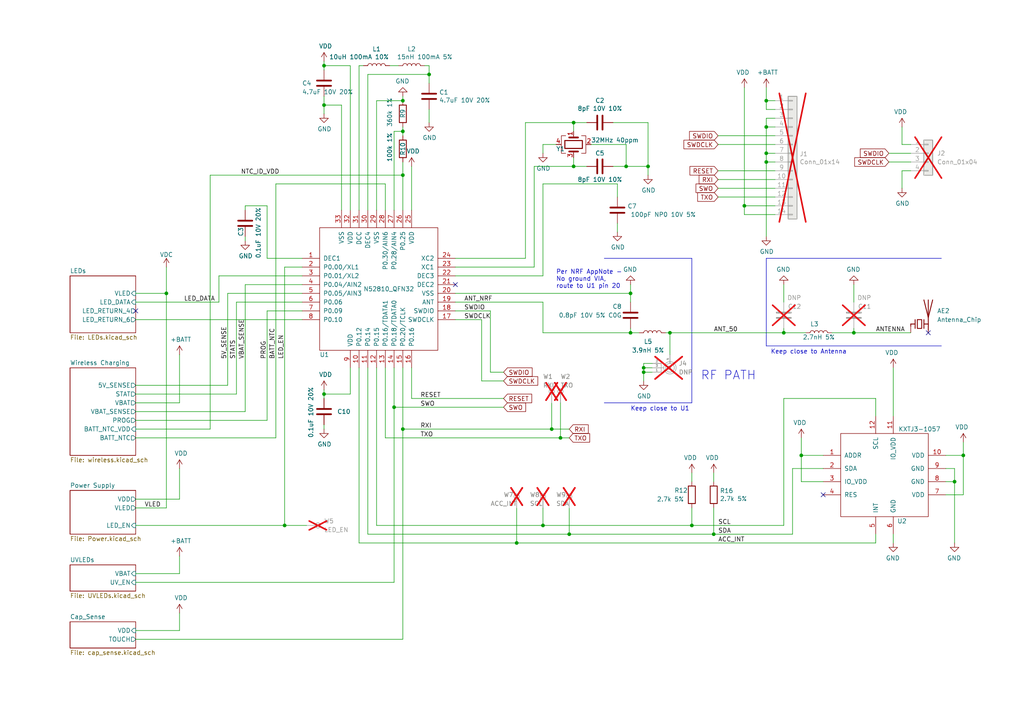
<source format=kicad_sch>
(kicad_sch (version 20231120) (generator "eeschema") (generator_version "8.0")
  (paper "A4")
  (title_block (title "Pixels D6 Schematic, Main") (date "2022-08-26") (rev "3") (company "Systemic Games, LLC") (comment 1 "Main MCU, Accelerometer and RF"))
  (lib_symbols
    (symbol "Connector_Generic:Conn_01x04" (pin_names (offset 1.016) hide)
      (property "Reference" "J" (at 0 5.08 0))
      (property "Value" "Conn_01x04" (at 0 -7.62 0))
      (symbol "Conn_01x04_1_1"
        (rectangle (start -1.27 -4.953) (end 0 -5.207) (stroke (width 0.1524)))
        (rectangle (start -1.27 -2.413) (end 0 -2.667) (stroke (width 0.1524)))
        (rectangle (start -1.27 0.127) (end 0 -0.127) (stroke (width 0.1524)))
        (rectangle (start -1.27 2.667) (end 0 2.413) (stroke (width 0.1524)))
        (rectangle (start -1.27 3.81) (end 1.27 -6.35) (stroke (width 0.254)) (fill (type background)))
        (pin passive line (at -5.08 2.54 0) (length 3.81) (name "Pin_1") (number "1"))
        (pin passive line (at -5.08 0 0) (length 3.81) (name "Pin_2") (number "2"))
        (pin passive line (at -5.08 -2.54 0) (length 3.81) (name "Pin_3") (number "3"))
        (pin passive line (at -5.08 -5.08 0) (length 3.81) (name "Pin_4") (number "4"))
      )
    )
    (symbol "Connector_Generic:Conn_01x14" (pin_names (offset 1.016) hide)
      (property "Reference" "J" (at 0 17.78 0))
      (property "Value" "Conn_01x14" (at 0 -20.32 0))
      (symbol "Conn_01x14_1_1"
        (rectangle (start -1.27 -17.653) (end 0 -17.907) (stroke (width 0.1524)))
        (rectangle (start -1.27 -15.113) (end 0 -15.367) (stroke (width 0.1524)))
        (rectangle (start -1.27 -12.573) (end 0 -12.827) (stroke (width 0.1524)))
        (rectangle (start -1.27 -10.033) (end 0 -10.287) (stroke (width 0.1524)))
        (rectangle (start -1.27 -7.493) (end 0 -7.747) (stroke (width 0.1524)))
        (rectangle (start -1.27 -4.953) (end 0 -5.207) (stroke (width 0.1524)))
        (rectangle (start -1.27 -2.413) (end 0 -2.667) (stroke (width 0.1524)))
        (rectangle (start -1.27 0.127) (end 0 -0.127) (stroke (width 0.1524)))
        (rectangle (start -1.27 2.667) (end 0 2.413) (stroke (width 0.1524)))
        (rectangle (start -1.27 5.207) (end 0 4.953) (stroke (width 0.1524)))
        (rectangle (start -1.27 7.747) (end 0 7.493) (stroke (width 0.1524)))
        (rectangle (start -1.27 10.287) (end 0 10.033) (stroke (width 0.1524)))
        (rectangle (start -1.27 12.827) (end 0 12.573) (stroke (width 0.1524)))
        (rectangle (start -1.27 15.367) (end 0 15.113) (stroke (width 0.1524)))
        (rectangle (start -1.27 16.51) (end 1.27 -19.05) (stroke (width 0.254)) (fill (type background)))
        (pin passive line (at -5.08 15.24 0) (length 3.81) (name "Pin_1") (number "1"))
        (pin passive line (at -5.08 -7.62 0) (length 3.81) (name "Pin_10") (number "10"))
        (pin passive line (at -5.08 -10.16 0) (length 3.81) (name "Pin_11") (number "11"))
        (pin passive line (at -5.08 -12.7 0) (length 3.81) (name "Pin_12") (number "12"))
        (pin passive line (at -5.08 -15.24 0) (length 3.81) (name "Pin_13") (number "13"))
        (pin passive line (at -5.08 -17.78 0) (length 3.81) (name "Pin_14") (number "14"))
        (pin passive line (at -5.08 12.7 0) (length 3.81) (name "Pin_2") (number "2"))
        (pin passive line (at -5.08 10.16 0) (length 3.81) (name "Pin_3") (number "3"))
        (pin passive line (at -5.08 7.62 0) (length 3.81) (name "Pin_4") (number "4"))
        (pin passive line (at -5.08 5.08 0) (length 3.81) (name "Pin_5") (number "5"))
        (pin passive line (at -5.08 2.54 0) (length 3.81) (name "Pin_6") (number "6"))
        (pin passive line (at -5.08 0 0) (length 3.81) (name "Pin_7") (number "7"))
        (pin passive line (at -5.08 -2.54 0) (length 3.81) (name "Pin_8") (number "8"))
        (pin passive line (at -5.08 -5.08 0) (length 3.81) (name "Pin_9") (number "9"))
      )
    )
    (symbol "Device:Antenna_Chip" (pin_numbers hide) (pin_names (offset 1.016) hide)
      (property "Reference" "AE" (at 0 5.08 0))
      (property "Value" "Antenna_Chip" (at 0 3.175 0))
      (symbol "Antenna_Chip_0_1"
        (polyline (pts (xy -2.54 0) (xy -2.54 -0.635)) (stroke (width 0.254)))
        (polyline (pts (xy -2.54 0) (xy -1.27 0)) (stroke (width 0.254)))
        (polyline (pts (xy 1.27 0) (xy 2.54 0)) (stroke (width 0.254)))
        (polyline (pts (xy 1.27 1.27) (xy 1.27 -1.27)) (stroke (width 0.254)))
        (polyline (pts (xy 2.54 -0.635) (xy 2.54 0)))
        (polyline (pts (xy 2.54 6.985) (xy 2.54 -1.905)) (stroke (width 0.254)))
        (polyline (pts (xy -1.27 1.27) (xy -1.27 -1.27) (xy -1.27 0)) (stroke (width 0.254)))
        (polyline (pts (xy 3.81 6.985) (xy 2.54 1.905) (xy 1.27 6.985)) (stroke (width 0.254)))
        (polyline (pts (xy -0.635 1.27) (xy 0.635 1.27) (xy 0.635 -1.27) (xy -0.635 -1.27) (xy -0.635 1.27)) (stroke (width 0.254)))
      )
      (symbol "Antenna_Chip_1_1"
        (pin input line (at -2.54 -2.54 90) (length 2.54) (name "FEED") (number "1"))
        (pin passive line (at 2.54 -2.54 90) (length 2.54) (name "PCB_Trace") (number "2"))
      )
    )
    (symbol "Device:C" (pin_numbers hide) (pin_names (offset 0.254))
      (property "Reference" "C" (at 0.635 2.54 0))
      (property "Value" "C" (at 0.635 -2.54 0))
      (symbol "C_0_1"
        (polyline (pts (xy -2.032 -0.762) (xy 2.032 -0.762)) (stroke (width 0.508)))
        (polyline (pts (xy -2.032 0.762) (xy 2.032 0.762)) (stroke (width 0.508)))
      )
      (symbol "C_1_1"
        (pin passive line (at 0 3.81 270) (length 2.794) (name "~") (number "1"))
        (pin passive line (at 0 -3.81 90) (length 2.794) (name "~") (number "2"))
      )
    )
    (symbol "Device:Crystal_GND24" (pin_names (offset 1.016) hide)
      (property "Reference" "Y" (at 3.175 5.08 0))
      (property "Value" "Crystal_GND24" (at 3.175 3.175 0))
      (symbol "Crystal_GND24_0_1"
        (rectangle (start -1.143 2.54) (end 1.143 -2.54) (stroke (width 0.3048)))
        (polyline (pts (xy -2.54 0) (xy -2.032 0)))
        (polyline (pts (xy -2.032 -1.27) (xy -2.032 1.27)) (stroke (width 0.508)))
        (polyline (pts (xy 0 -3.81) (xy 0 -3.556)))
        (polyline (pts (xy 0 3.556) (xy 0 3.81)))
        (polyline (pts (xy 2.032 -1.27) (xy 2.032 1.27)) (stroke (width 0.508)))
        (polyline (pts (xy 2.032 0) (xy 2.54 0)))
        (polyline (pts (xy -2.54 -2.286) (xy -2.54 -3.556) (xy 2.54 -3.556) (xy 2.54 -2.286)))
        (polyline (pts (xy -2.54 2.286) (xy -2.54 3.556) (xy 2.54 3.556) (xy 2.54 2.286)))
      )
      (symbol "Crystal_GND24_1_1"
        (pin passive line (at -3.81 0 0) (length 1.27) (name "1") (number "1"))
        (pin passive line (at 0 5.08 270) (length 1.27) (name "2") (number "2"))
        (pin passive line (at 3.81 0 180) (length 1.27) (name "3") (number "3"))
        (pin passive line (at 0 -5.08 90) (length 1.27) (name "4") (number "4"))
      )
    )
    (symbol "Device:L" (pin_numbers hide) (pin_names (offset 1.016) hide)
      (property "Reference" "L" (at -1.27 0 90))
      (property "Value" "L" (at 1.905 0 90))
      (symbol "L_0_1"
        (arc (start 0 -2.54) (mid 0.6323 -1.905) (end 0 -1.27))
        (arc (start 0 -1.27) (mid 0.6323 -0.635) (end 0 0))
        (arc (start 0 0) (mid 0.6323 0.635) (end 0 1.27))
        (arc (start 0 1.27) (mid 0.6323 1.905) (end 0 2.54))
      )
      (symbol "L_1_1"
        (pin passive line (at 0 3.81 270) (length 1.27) (name "1") (number "1"))
        (pin passive line (at 0 -3.81 90) (length 1.27) (name "2") (number "2"))
      )
    )
    (symbol "Device:R" (pin_numbers hide) (pin_names (offset 0))
      (property "Reference" "R" (at 2.032 0 90))
      (property "Value" "R" (at 0 0 90))
      (symbol "R_0_1"
        (rectangle (start -1.016 -2.54) (end 1.016 2.54) (stroke (width 0.254)))
      )
      (symbol "R_1_1"
        (pin passive line (at 0 3.81 270) (length 1.27) (name "~") (number "1"))
        (pin passive line (at 0 -3.81 90) (length 1.27) (name "~") (number "2"))
      )
    )
    (symbol "Pixels-dice:KXTJ3-1057" (pin_names (offset 1.016))
      (property "Reference" "U" (at 10.16 -12.7 0))
      (property "Value" "KXTJ3-1057" (at 8.89 13.97 0))
      (symbol "KXTJ3-1057_0_1"
        (rectangle (start -12.7 12.7) (end 12.7 -11.43))
      )
      (symbol "KXTJ3-1057_1_1"
        (pin input line (at -17.78 6.35 0) (length 5.08) (name "ADDR") (number "1"))
        (pin power_in line (at 17.78 6.35 180) (length 5.08) (name "VDD") (number "10"))
        (pin power_in line (at 2.54 17.78 270) (length 5.08) (name "IO_VDD") (number "11"))
        (pin input line (at -2.54 17.78 270) (length 5.08) (name "SCL") (number "12"))
        (pin bidirectional line (at -17.78 2.54 0) (length 5.08) (name "SDA") (number "2"))
        (pin power_in line (at -17.78 -1.27 0) (length 5.08) (name "IO_VDD") (number "3"))
        (pin passive line (at -17.78 -5.08 0) (length 5.08) (name "RES") (number "4"))
        (pin output line (at -2.54 -16.51 90) (length 5.08) (name "INT") (number "5"))
        (pin power_in line (at 2.54 -16.51 90) (length 5.08) (name "GND") (number "6"))
        (pin power_in line (at 17.78 -5.08 180) (length 5.08) (name "VDD") (number "7"))
        (pin power_in line (at 17.78 -1.27 180) (length 5.08) (name "GND") (number "8"))
        (pin power_in line (at 17.78 2.54 180) (length 5.08) (name "GND") (number "9"))
      )
    )
    (symbol "Pixels-dice:N52810_QFN32" (pin_names (offset 1.016))
      (property "Reference" "U" (at 13.97 -19.05 0))
      (property "Value" "N52810_QFN32" (at 2.54 0 0))
      (symbol "N52810_QFN32_0_1"
        (rectangle (start -17.78 17.78) (end 16.51 -17.78))
      )
      (symbol "N52810_QFN32_1_1"
        (pin power_out line (at -22.86 8.89 0) (length 5.08) (name "DEC1") (number "1"))
        (pin bidirectional line (at -6.35 -22.86 90) (length 5.08) (name "P0.12") (number "10"))
        (pin bidirectional line (at -3.81 -22.86 90) (length 5.08) (name "P0.14") (number "11"))
        (pin bidirectional line (at -1.27 -22.86 90) (length 5.08) (name "P0.15") (number "12"))
        (pin bidirectional line (at 1.27 -22.86 90) (length 5.08) (name "P0.16/TDATA1") (number "13"))
        (pin bidirectional line (at 3.81 -22.86 90) (length 5.08) (name "P0.18/TDATA0") (number "14"))
        (pin bidirectional line (at 6.35 -22.86 90) (length 5.08) (name "P0.20/TCLK") (number "15"))
        (pin bidirectional line (at 8.89 -22.86 90) (length 5.08) (name "P0.16") (number "16"))
        (pin bidirectional line (at 21.59 -8.89 180) (length 5.08) (name "SWDCLK") (number "17"))
        (pin bidirectional line (at 21.59 -6.35 180) (length 5.08) (name "SWDIO") (number "18"))
        (pin output line (at 21.59 -3.81 180) (length 5.08) (name "ANT") (number "19"))
        (pin bidirectional line (at -22.86 6.35 0) (length 5.08) (name "P0.00/XL1") (number "2"))
        (pin output line (at 21.59 -1.27 180) (length 5.08) (name "VSS") (number "20"))
        (pin output line (at 21.59 1.27 180) (length 5.08) (name "DEC2") (number "21"))
        (pin output line (at 21.59 3.81 180) (length 5.08) (name "DEC3") (number "22"))
        (pin output line (at 21.59 6.35 180) (length 5.08) (name "XC1") (number "23"))
        (pin input line (at 21.59 8.89 180) (length 5.08) (name "XC2") (number "24"))
        (pin power_in line (at 8.89 22.86 270) (length 5.08) (name "VDD") (number "25"))
        (pin bidirectional line (at 6.35 22.86 270) (length 5.08) (name "P0.25") (number "26"))
        (pin bidirectional line (at 3.81 22.86 270) (length 5.08) (name "P0.28/AIN4") (number "27"))
        (pin bidirectional line (at 1.27 22.86 270) (length 5.08) (name "P0.30/AIN6") (number "28"))
        (pin power_in line (at -1.27 22.86 270) (length 5.08) (name "VSS") (number "29"))
        (pin bidirectional line (at -22.86 3.81 0) (length 5.08) (name "P0.01/XL2") (number "3"))
        (pin output line (at -3.81 22.86 270) (length 5.08) (name "DEC4") (number "30"))
        (pin output line (at -6.35 22.86 270) (length 5.08) (name "DCC") (number "31"))
        (pin power_in line (at -8.89 22.86 270) (length 5.08) (name "VDD") (number "32"))
        (pin power_in line (at -11.43 22.86 270) (length 5.08) (name "VSS") (number "33"))
        (pin bidirectional line (at -22.86 1.27 0) (length 5.08) (name "P0.04/AIN2") (number "4"))
        (pin bidirectional line (at -22.86 -1.27 0) (length 5.08) (name "P0.05/AIN3") (number "5"))
        (pin bidirectional line (at -22.86 -3.81 0) (length 5.08) (name "P0.06") (number "6"))
        (pin bidirectional line (at -22.86 -6.35 0) (length 5.08) (name "P0.09") (number "7"))
        (pin bidirectional line (at -22.86 -8.89 0) (length 5.08) (name "P0.10") (number "8"))
        (pin power_in line (at -8.89 -22.86 90) (length 5.08) (name "VDD") (number "9"))
      )
    )
    (symbol "Pixels-dice:TEST_1P-conn" (pin_numbers hide) (pin_names (offset 0.762) hide) (in_bom no)
      (property "Reference" "W" (at 0 6.858 0))
      (property "Value" "TEST_1P-conn" (at 0 5.08 0))
      (symbol "TEST_1P-conn_0_1"
        (circle (center 0 3.302) (radius 0.762))
      )
      (symbol "TEST_1P-conn_1_1"
        (pin passive line (at 0 0 90) (length 2.54) (name "1") (number "1"))
      )
    )
    (symbol "Pixels-dice:W.FL"
      (property "Reference" "J" (at 3.81 -1.27 0))
      (property "Value" "W.FL" (at 4.445 1.27 0))
      (symbol "W.FL_0_1"
        (polyline (pts (xy -1.27 -2.54) (xy 1.27 -2.54)))
        (polyline (pts (xy 0 -2.54) (xy 0 -1.905)))
        (circle (center 0 0) (radius 1.27))
        (circle (center 0 0) (radius 1.7961))
      )
      (symbol "W.FL_1_1"
        (pin passive line (at 1.27 -5.08 90) (length 2.54) (name "") (number "1"))
        (pin passive line (at -1.27 -5.08 90) (length 2.54) (name "") (number "2"))
        (pin passive line (at 0 -5.08 90) (length 2.54) (name "") (number "3"))
        (pin passive line (at -3.81 0 0) (length 2.54) (name "RF") (number "4"))
      )
    )
    (symbol "TEST_1P-conn_1" (pin_numbers hide) (pin_names (offset 0.762) hide) (in_bom no)
      (property "Reference" "W" (at 0 6.858 0))
      (property "Value" "TEST_1P-conn_1" (at 0 5.08 0))
      (symbol "TEST_1P-conn_1_0_1"
        (circle (center 0 3.302) (radius 0.762))
      )
      (symbol "TEST_1P-conn_1_1_1"
        (pin passive line (at 0 0 90) (length 2.54) (name "1") (number "1"))
      )
    )
    (symbol "TEST_1P-conn_2" (pin_numbers hide) (pin_names (offset 0.762) hide) (in_bom no)
      (property "Reference" "W" (at 0 6.858 0))
      (property "Value" "TEST_1P-conn_2" (at 0 5.08 0))
      (symbol "TEST_1P-conn_2_0_1"
        (circle (center 0 3.302) (radius 0.762))
      )
      (symbol "TEST_1P-conn_2_1_1"
        (pin passive line (at 0 0 90) (length 2.54) (name "1") (number "1"))
      )
    )
    (symbol "TEST_1P-conn_3" (pin_numbers hide) (pin_names (offset 0.762) hide) (in_bom no)
      (property "Reference" "W" (at 0 6.858 0))
      (property "Value" "TEST_1P-conn_3" (at 0 5.08 0))
      (symbol "TEST_1P-conn_3_0_1"
        (circle (center 0 3.302) (radius 0.762))
      )
      (symbol "TEST_1P-conn_3_1_1"
        (pin passive line (at 0 0 90) (length 2.54) (name "1") (number "1"))
      )
    )
    (symbol "TEST_1P-conn_4" (pin_numbers hide) (pin_names (offset 0.762) hide) (in_bom no)
      (property "Reference" "W" (at 0 6.858 0))
      (property "Value" "TEST_1P-conn_4" (at 0 5.08 0))
      (symbol "TEST_1P-conn_4_0_1"
        (circle (center 0 3.302) (radius 0.762))
      )
      (symbol "TEST_1P-conn_4_1_1"
        (pin passive line (at 0 0 90) (length 2.54) (name "1") (number "1"))
      )
    )
    (symbol "TEST_1P-conn_5" (pin_numbers hide) (pin_names (offset 0.762) hide) (in_bom no)
      (property "Reference" "W" (at 0 6.858 0))
      (property "Value" "TEST_1P-conn_5" (at 0 5.08 0))
      (symbol "TEST_1P-conn_5_0_1"
        (circle (center 0 3.302) (radius 0.762))
      )
      (symbol "TEST_1P-conn_5_1_1"
        (pin passive line (at 0 0 90) (length 2.54) (name "1") (number "1"))
      )
    )
    (symbol "power:+BATT" (power) (pin_names (offset 0))
      (property "Value" "+BATT" (at 0 3.556 0))
      (symbol "+BATT_0_1"
        (polyline (pts (xy -0.762 1.27) (xy 0 2.54)))
        (polyline (pts (xy 0 0) (xy 0 2.54)))
        (polyline (pts (xy 0 2.54) (xy 0.762 1.27)))
      )
      (symbol "+BATT_1_1"
        (pin power_in line (at 0 0 90) (length 0) hide (name "+BATT") (number "1"))
      )
    )
    (symbol "power:GND" (power) (pin_names (offset 0))
      (property "Value" "GND" (at 0 -3.81 0))
      (symbol "GND_0_1"
        (polyline (pts (xy 0 0) (xy 0 -1.27) (xy 1.27 -1.27) (xy 0 -2.54) (xy -1.27 -1.27) (xy 0 -1.27)))
      )
      (symbol "GND_1_1"
        (pin power_in line (at 0 0 270) (length 0) hide (name "GND") (number "1"))
      )
    )
    (symbol "power:VDC" (power) (pin_names (offset 0))
      (property "Value" "VDC" (at 0 6.35 0))
      (symbol "VDC_0_1"
        (polyline (pts (xy -0.762 1.27) (xy 0 2.54)))
        (polyline (pts (xy 0 0) (xy 0 2.54)))
        (polyline (pts (xy 0 2.54) (xy 0.762 1.27)))
      )
      (symbol "VDC_1_1"
        (pin power_in line (at 0 0 90) (length 0) hide (name "VDC") (number "1"))
      )
    )
    (symbol "power:VDD" (power) (pin_names (offset 0))
      (property "Value" "VDD" (at 0 3.81 0))
      (symbol "VDD_0_1"
        (polyline (pts (xy -0.762 1.27) (xy 0 2.54)))
        (polyline (pts (xy 0 0) (xy 0 2.54)))
        (polyline (pts (xy 0 2.54) (xy 0.762 1.27)))
      )
      (symbol "VDD_1_1"
        (pin power_in line (at 0 0 90) (length 0) hide (name "VDD") (number "1"))
      )
    )
  )
  (junction (at 279.4 132.08))
  (junction (at 227.33 96.52))
  (junction (at 181.61 48.26))
  (junction (at 276.86 139.7))
  (junction (at 93.98 30.48))
  (junction (at 116.84 50.8))
  (junction (at 93.98 19.05))
  (junction (at 194.31 96.52))
  (junction (at 116.84 38.1))
  (junction (at 186.69 106.68))
  (junction (at 166.37 48.26))
  (junction (at 149.86 157.48))
  (junction (at 116.84 124.46))
  (junction (at 165.1 154.94))
  (junction (at 207.01 154.94))
  (junction (at 222.25 36.83))
  (junction (at 93.98 114.3))
  (junction (at 114.3 118.11))
  (junction (at 182.88 85.09))
  (junction (at 82.55 152.4))
  (junction (at 222.25 44.45))
  (junction (at 116.84 29.21))
  (junction (at 222.25 29.21))
  (junction (at 187.96 48.26))
  (junction (at 222.25 46.99))
  (junction (at 48.26 85.09))
  (junction (at 162.56 127))
  (junction (at 124.46 21.59))
  (junction (at 232.41 132.08))
  (junction (at 215.9 59.69))
  (junction (at 157.48 152.4))
  (junction (at 182.88 96.52))
  (junction (at 186.69 107.95))
  (junction (at 160.02 124.46))
  (junction (at 200.66 152.4))
  (junction (at 166.37 35.56))
  (junction (at 247.65 96.52))
  (no_connect (at 132.08 82.55))
  (no_connect (at 238.76 143.51))
  (no_connect (at 269.24 96.52))
  (no_connect (at 39.37 90.17))
  (wire (pts (xy 99.06 30.48) (xy 93.98 30.48)))
  (wire (pts (xy 99.06 60.96) (xy 99.06 30.48)))
  (wire (pts (xy 222.25 34.29) (xy 222.25 36.83)))
  (wire (pts (xy 207.01 137.16) (xy 207.01 139.7)))
  (wire (pts (xy 193.04 96.52) (xy 194.31 96.52)))
  (wire (pts (xy 60.96 50.8) (xy 60.96 124.46)))
  (wire (pts (xy 149.86 147.32) (xy 149.86 157.48)))
  (wire (pts (xy 39.37 182.88) (xy 52.07 182.88)))
  (wire (pts (xy 109.22 29.21) (xy 109.22 60.96)))
  (wire (pts (xy 181.61 41.91) (xy 181.61 48.26)))
  (wire (pts (xy 52.07 182.88) (xy 52.07 177.8)))
  (wire (pts (xy 154.94 77.47) (xy 154.94 48.26)))
  (wire (pts (xy 93.98 19.05) (xy 93.98 20.32)))
  (wire (pts (xy 232.41 139.7) (xy 232.41 132.08)))
  (wire (pts (xy 279.4 143.51) (xy 274.32 143.51)))
  (wire (pts (xy 101.6 19.05) (xy 93.98 19.05)))
  (wire (pts (xy 177.8 48.26) (xy 181.61 48.26)))
  (wire (pts (xy 157.48 80.01) (xy 132.08 80.01)))
  (wire (pts (xy 139.7 110.49) (xy 146.05 110.49)))
  (wire (pts (xy 132.08 74.93) (xy 152.4 74.93)))
  (wire (pts (xy 238.76 135.89) (xy 229.87 135.89)))
  (wire (pts (xy 106.68 154.94) (xy 106.68 106.68)))
  (wire (pts (xy 261.62 49.53) (xy 264.16 49.53)))
  (wire (pts (xy 207.01 147.32) (xy 207.01 154.94)))
  (wire (pts (xy 241.3 96.52) (xy 247.65 96.52)))
  (wire (pts (xy 257.81 46.99) (xy 264.16 46.99)))
  (wire (pts (xy 189.23 106.68) (xy 186.69 106.68)))
  (wire (pts (xy 187.96 35.56) (xy 187.96 48.26)))
  (wire (pts (xy 224.79 46.99) (xy 222.25 46.99)))
  (wire (pts (xy 160.02 124.46) (xy 165.1 124.46)))
  (wire (pts (xy 166.37 35.56) (xy 170.18 35.56)))
  (wire (pts (xy 259.08 154.94) (xy 259.08 157.48)))
  (wire (pts (xy 39.37 114.3) (xy 68.58 114.3)))
  (wire (pts (xy 208.28 41.91) (xy 224.79 41.91)))
  (wire (pts (xy 39.37 147.32) (xy 48.26 147.32)))
  (wire (pts (xy 215.9 59.69) (xy 215.9 62.23)))
  (wire (pts (xy 116.84 124.46) (xy 116.84 106.68)))
  (wire (pts (xy 68.58 87.63) (xy 68.58 114.3)))
  (wire (pts (xy 162.56 127) (xy 165.1 127)))
  (wire (pts (xy 80.01 53.34) (xy 111.76 53.34)))
  (wire (pts (xy 111.76 53.34) (xy 111.76 60.96)))
  (wire (pts (xy 124.46 31.75) (xy 124.46 35.56)))
  (wire (pts (xy 39.37 111.76) (xy 66.04 111.76)))
  (wire (pts (xy 93.98 114.3) (xy 93.98 115.57)))
  (wire (pts (xy 149.86 157.48) (xy 254 157.48)))
  (wire (pts (xy 224.79 59.69) (xy 215.9 59.69)))
  (wire (pts (xy 274.32 139.7) (xy 276.86 139.7)))
  (wire (pts (xy 152.4 74.93) (xy 152.4 35.56)))
  (wire (pts (xy 132.08 90.17) (xy 142.24 90.17)))
  (wire (pts (xy 186.69 107.95) (xy 186.69 110.49)))
  (wire (pts (xy 114.3 106.68) (xy 114.3 118.11)))
  (wire (pts (xy 109.22 106.68) (xy 109.22 152.4)))
  (wire (pts (xy 101.6 60.96) (xy 101.6 19.05)))
  (wire (pts (xy 39.37 87.63) (xy 63.5 87.63)))
  (wire (pts (xy 254 120.65) (xy 254 115.57)))
  (wire (pts (xy 222.25 31.75) (xy 224.79 31.75)))
  (wire (pts (xy 93.98 114.3) (xy 93.98 113.03)))
  (wire (pts (xy 182.88 96.52) (xy 185.42 96.52)))
  (wire (pts (xy 142.24 107.95) (xy 146.05 107.95)))
  (wire (pts (xy 222.25 29.21) (xy 222.25 31.75)))
  (wire (pts (xy 161.29 41.91) (xy 157.48 41.91)))
  (wire (pts (xy 182.88 85.09) (xy 182.88 87.63)))
  (wire (pts (xy 160.02 116.84) (xy 160.02 124.46)))
  (wire (pts (xy 39.37 127) (xy 80.01 127)))
  (wire (pts (xy 52.07 166.37) (xy 52.07 161.29)))
  (wire (pts (xy 222.25 44.45) (xy 222.25 46.99)))
  (wire (pts (xy 39.37 166.37) (xy 52.07 166.37)))
  (wire (pts (xy 52.07 144.78) (xy 52.07 135.89)))
  (wire (pts (xy 66.04 85.09) (xy 87.63 85.09)))
  (wire (pts (xy 104.14 19.05) (xy 104.14 60.96)))
  (wire (pts (xy 114.3 38.1) (xy 114.3 60.96)))
  (wire (pts (xy 123.19 19.05) (xy 124.46 19.05)))
  (wire (pts (xy 124.46 21.59) (xy 106.68 21.59)))
  (wire (pts (xy 165.1 154.94) (xy 207.01 154.94)))
  (wire (pts (xy 208.28 49.53) (xy 224.79 49.53)))
  (wire (pts (xy 232.41 132.08) (xy 238.76 132.08)))
  (wire (pts (xy 194.31 96.52) (xy 194.31 102.87)))
  (wire (pts (xy 186.69 106.68) (xy 186.69 107.95)))
  (wire (pts (xy 177.8 35.56) (xy 187.96 35.56)))
  (wire (pts (xy 227.33 95.25) (xy 227.33 96.52)))
  (wire (pts (xy 222.25 36.83) (xy 222.25 44.45)))
  (polyline (pts (xy 222.25 74.93) (xy 222.25 100.33)))
  (wire (pts (xy 39.37 85.09) (xy 48.26 85.09)))
  (wire (pts (xy 274.32 135.89) (xy 276.86 135.89)))
  (wire (pts (xy 279.4 132.08) (xy 279.4 143.51)))
  (wire (pts (xy 114.3 38.1) (xy 116.84 38.1)))
  (wire (pts (xy 261.62 41.91) (xy 264.16 41.91)))
  (wire (pts (xy 132.08 85.09) (xy 182.88 85.09)))
  (polyline (pts (xy 200.66 74.93) (xy 200.66 116.84)))
  (wire (pts (xy 257.81 44.45) (xy 264.16 44.45)))
  (wire (pts (xy 182.88 95.25) (xy 182.88 96.52)))
  (wire (pts (xy 154.94 48.26) (xy 166.37 48.26)))
  (wire (pts (xy 66.04 85.09) (xy 66.04 111.76)))
  (wire (pts (xy 261.62 36.83) (xy 261.62 41.91)))
  (wire (pts (xy 232.41 132.08) (xy 232.41 127)))
  (wire (pts (xy 101.6 114.3) (xy 93.98 114.3)))
  (wire (pts (xy 157.48 87.63) (xy 157.48 96.52)))
  (wire (pts (xy 189.23 107.95) (xy 186.69 107.95)))
  (wire (pts (xy 116.84 50.8) (xy 116.84 60.96)))
  (wire (pts (xy 111.76 127) (xy 162.56 127)))
  (wire (pts (xy 116.84 185.42) (xy 39.37 185.42)))
  (wire (pts (xy 227.33 115.57) (xy 227.33 152.4)))
  (wire (pts (xy 276.86 139.7) (xy 276.86 157.48)))
  (wire (pts (xy 82.55 77.47) (xy 82.55 152.4)))
  (wire (pts (xy 189.23 105.41) (xy 186.69 105.41)))
  (wire (pts (xy 200.66 137.16) (xy 200.66 139.7)))
  (wire (pts (xy 88.9 152.4) (xy 82.55 152.4)))
  (wire (pts (xy 222.25 34.29) (xy 224.79 34.29)))
  (wire (pts (xy 166.37 48.26) (xy 170.18 48.26)))
  (wire (pts (xy 132.08 87.63) (xy 157.48 87.63)))
  (wire (pts (xy 215.9 62.23) (xy 224.79 62.23)))
  (wire (pts (xy 222.25 46.99) (xy 222.25 68.58)))
  (wire (pts (xy 116.84 124.46) (xy 160.02 124.46)))
  (wire (pts (xy 179.07 53.34) (xy 179.07 57.15)))
  (wire (pts (xy 116.84 27.94) (xy 116.84 29.21)))
  (wire (pts (xy 119.38 106.68) (xy 119.38 115.57)))
  (wire (pts (xy 227.33 96.52) (xy 233.68 96.52)))
  (wire (pts (xy 261.62 49.53) (xy 261.62 54.61)))
  (wire (pts (xy 208.28 57.15) (xy 224.79 57.15)))
  (wire (pts (xy 157.48 152.4) (xy 200.66 152.4)))
  (wire (pts (xy 152.4 35.56) (xy 166.37 35.56)))
  (wire (pts (xy 63.5 80.01) (xy 87.63 80.01)))
  (wire (pts (xy 182.88 82.55) (xy 182.88 85.09)))
  (wire (pts (xy 39.37 144.78) (xy 52.07 144.78)))
  (wire (pts (xy 39.37 119.38) (xy 71.12 119.38)))
  (wire (pts (xy 124.46 19.05) (xy 124.46 21.59)))
  (wire (pts (xy 48.26 85.09) (xy 48.26 147.32)))
  (wire (pts (xy 82.55 77.47) (xy 87.63 77.47)))
  (wire (pts (xy 200.66 152.4) (xy 227.33 152.4)))
  (wire (pts (xy 106.68 154.94) (xy 165.1 154.94)))
  (wire (pts (xy 119.38 48.26) (xy 119.38 60.96)))
  (wire (pts (xy 82.55 152.4) (xy 39.37 152.4)))
  (wire (pts (xy 208.28 54.61) (xy 224.79 54.61)))
  (wire (pts (xy 116.84 46.99) (xy 116.84 50.8)))
  (wire (pts (xy 39.37 168.91) (xy 114.3 168.91)))
  (wire (pts (xy 104.14 19.05) (xy 105.41 19.05)))
  (wire (pts (xy 77.47 90.17) (xy 87.63 90.17)))
  (wire (pts (xy 247.65 95.25) (xy 247.65 96.52)))
  (wire (pts (xy 39.37 92.71) (xy 87.63 92.71)))
  (wire (pts (xy 104.14 157.48) (xy 149.86 157.48)))
  (wire (pts (xy 139.7 92.71) (xy 139.7 110.49)))
  (wire (pts (xy 77.47 74.93) (xy 87.63 74.93)))
  (wire (pts (xy 171.45 41.91) (xy 181.61 41.91)))
  (wire (pts (xy 93.98 19.05) (xy 93.98 17.78)))
  (wire (pts (xy 39.37 124.46) (xy 60.96 124.46)))
  (polyline (pts (xy 222.25 74.93) (xy 273.05 74.93)))
  (wire (pts (xy 93.98 30.48) (xy 93.98 33.02)))
  (wire (pts (xy 39.37 121.92) (xy 77.47 121.92)))
  (polyline (pts (xy 175.26 116.84) (xy 200.66 116.84)))
  (wire (pts (xy 157.48 96.52) (xy 182.88 96.52)))
  (wire (pts (xy 48.26 85.09) (xy 48.26 77.47)))
  (wire (pts (xy 227.33 82.55) (xy 227.33 87.63)))
  (wire (pts (xy 132.08 92.71) (xy 139.7 92.71)))
  (wire (pts (xy 194.31 96.52) (xy 227.33 96.52)))
  (wire (pts (xy 165.1 147.32) (xy 165.1 154.94)))
  (wire (pts (xy 229.87 135.89) (xy 229.87 154.94)))
  (wire (pts (xy 224.79 44.45) (xy 222.25 44.45)))
  (wire (pts (xy 71.12 68.58) (xy 71.12 69.85)))
  (wire (pts (xy 146.05 115.57) (xy 119.38 115.57)))
  (wire (pts (xy 116.84 38.1) (xy 116.84 39.37)))
  (wire (pts (xy 222.25 25.4) (xy 222.25 29.21)))
  (wire (pts (xy 162.56 116.84) (xy 162.56 127)))
  (wire (pts (xy 157.48 147.32) (xy 157.48 152.4)))
  (wire (pts (xy 77.47 59.69) (xy 71.12 59.69)))
  (wire (pts (xy 247.65 96.52) (xy 264.16 96.52)))
  (wire (pts (xy 142.24 90.17) (xy 142.24 107.95)))
  (wire (pts (xy 109.22 29.21) (xy 116.84 29.21)))
  (wire (pts (xy 186.69 105.41) (xy 186.69 106.68)))
  (wire (pts (xy 279.4 128.27) (xy 279.4 132.08)))
  (wire (pts (xy 93.98 27.94) (xy 93.98 30.48)))
  (wire (pts (xy 157.48 53.34) (xy 157.48 80.01)))
  (wire (pts (xy 254 154.94) (xy 254 157.48)))
  (wire (pts (xy 106.68 21.59) (xy 106.68 60.96)))
  (wire (pts (xy 181.61 48.26) (xy 187.96 48.26)))
  (wire (pts (xy 116.84 124.46) (xy 116.84 185.42)))
  (wire (pts (xy 114.3 168.91) (xy 114.3 118.11)))
  (wire (pts (xy 77.47 74.93) (xy 77.47 59.69)))
  (wire (pts (xy 207.01 154.94) (xy 229.87 154.94)))
  (wire (pts (xy 116.84 36.83) (xy 116.84 38.1)))
  (wire (pts (xy 63.5 87.63) (xy 63.5 80.01)))
  (wire (pts (xy 80.01 53.34) (xy 80.01 127)))
  (wire (pts (xy 39.37 116.84) (xy 52.07 116.84)))
  (wire (pts (xy 247.65 82.55) (xy 247.65 87.63)))
  (wire (pts (xy 104.14 106.68) (xy 104.14 157.48)))
  (wire (pts (xy 179.07 64.77) (xy 179.07 67.31)))
  (wire (pts (xy 157.48 41.91) (xy 157.48 44.45)))
  (wire (pts (xy 68.58 87.63) (xy 87.63 87.63)))
  (wire (pts (xy 113.03 19.05) (xy 115.57 19.05)))
  (wire (pts (xy 187.96 48.26) (xy 187.96 50.8)))
  (wire (pts (xy 166.37 45.72) (xy 166.37 48.26)))
  (wire (pts (xy 208.28 39.37) (xy 224.79 39.37)))
  (wire (pts (xy 166.37 38.1) (xy 166.37 35.56)))
  (wire (pts (xy 279.4 132.08) (xy 274.32 132.08)))
  (wire (pts (xy 254 115.57) (xy 227.33 115.57)))
  (wire (pts (xy 179.07 53.34) (xy 157.48 53.34)))
  (wire (pts (xy 238.76 139.7) (xy 232.41 139.7)))
  (polyline (pts (xy 222.25 100.33) (xy 273.05 100.33)))
  (wire (pts (xy 146.05 118.11) (xy 114.3 118.11)))
  (wire (pts (xy 71.12 59.69) (xy 71.12 60.96)))
  (wire (pts (xy 224.79 36.83) (xy 222.25 36.83)))
  (wire (pts (xy 77.47 121.92) (xy 77.47 90.17)))
  (wire (pts (xy 111.76 127) (xy 111.76 106.68)))
  (wire (pts (xy 71.12 82.55) (xy 87.63 82.55)))
  (wire (pts (xy 71.12 82.55) (xy 71.12 119.38)))
  (wire (pts (xy 215.9 25.4) (xy 215.9 59.69)))
  (wire (pts (xy 276.86 135.89) (xy 276.86 139.7)))
  (wire (pts (xy 259.08 106.68) (xy 259.08 120.65)))
  (wire (pts (xy 222.25 29.21) (xy 224.79 29.21)))
  (wire (pts (xy 132.08 77.47) (xy 154.94 77.47)))
  (wire (pts (xy 200.66 147.32) (xy 200.66 152.4)))
  (wire (pts (xy 101.6 106.68) (xy 101.6 114.3)))
  (wire (pts (xy 52.07 102.87) (xy 52.07 116.84)))
  (wire (pts (xy 116.84 50.8) (xy 60.96 50.8)))
  (polyline (pts (xy 175.26 74.93) (xy 200.66 74.93)))
  (wire (pts (xy 208.28 52.07) (xy 224.79 52.07)))
  (wire (pts (xy 124.46 21.59) (xy 124.46 24.13)))
  (wire (pts (xy 109.22 152.4) (xy 157.48 152.4)))
  (wire (pts (xy 93.98 123.19) (xy 93.98 124.46)))
  (text "Per NRF AppNote -\nNo ground VIA,\nroute to U1 pin 20" (at 161.29 83.82 0) (effects (font (size 1.27 1.27)) (justify left bottom)))
  (text "Keep close to U1" (at 182.88 119.38 0) (effects (font (size 1.27 1.27)) (justify left bottom)))
  (text "Keep close to Antenna" (at 223.52 102.87 0) (effects (font (size 1.27 1.27)) (justify left bottom)))
  (text "RF PATH" (at 203.2 110.49 0) (effects (font (size 2.54 2.54)) (justify left bottom)))
  (label "BATT_NTC" (at 80.01 104.14 90))
  (label "ANTENNA" (at 254 96.52 0))
  (label "TXO" (at 121.92 127 0))
  (label "PROG" (at 77.47 104.14 90))
  (label "ACC_INT" (at 208.28 157.48 0))
  (label "ANT_NRF" (at 134.62 87.63 0))
  (label "SWDCLK" (at 134.62 92.71 0))
  (label "VBAT_SENSE" (at 71.12 104.14 90))
  (label "5V_SENSE" (at 66.04 104.14 90))
  (label "SDA" (at 208.28 154.94 0))
  (label "LED_EN" (at 82.55 104.14 90))
  (label "RXI" (at 121.92 124.46 0))
  (label "SWDIO" (at 134.62 90.17 0))
  (label "SWO" (at 121.92 118.11 0))
  (label "ANT_50" (at 207.01 96.52 0))
  (label "NTC_ID_VDD" (at 69.85 50.8 0))
  (label "LED_DATA" (at 53.34 87.63 0))
  (label "RESET" (at 121.92 115.57 0))
  (label "SCL" (at 208.28 152.4 0))
  (label "VLED" (at 41.91 147.32 0))
  (label "STATS" (at 68.58 104.14 90))
  (global_label "TXO" (shape input) (at 165.1 127 0) (property "Intersheetrefs" "${INTERSHEET_REFS}" (effects (hide yes))))
  (global_label "RESET" (shape input) (at 208.28 49.53 180) (property "Intersheetrefs" "${INTERSHEET_REFS}" (effects (hide yes))))
  (global_label "SWDIO" (shape input) (at 146.05 107.95 0) (property "Intersheetrefs" "${INTERSHEET_REFS}" (effects (hide yes))))
  (global_label "RXI" (shape input) (at 208.28 52.07 180) (property "Intersheetrefs" "${INTERSHEET_REFS}" (effects (hide yes))))
  (global_label "SWDCLK" (shape input) (at 257.81 46.99 180) (property "Intersheetrefs" "${INTERSHEET_REFS}" (effects (hide yes))))
  (global_label "SWO" (shape input) (at 146.05 118.11 0) (property "Intersheetrefs" "${INTERSHEET_REFS}" (effects (hide yes))))
  (global_label "SWDCLK" (shape input) (at 146.05 110.49 0) (property "Intersheetrefs" "${INTERSHEET_REFS}" (effects (hide yes))))
  (global_label "TXO" (shape input) (at 208.28 57.15 180) (property "Intersheetrefs" "${INTERSHEET_REFS}" (effects (hide yes))))
  (global_label "RESET" (shape input) (at 146.05 115.57 0) (property "Intersheetrefs" "${INTERSHEET_REFS}" (effects (hide yes))))
  (global_label "SWDIO" (shape input) (at 257.81 44.45 180) (property "Intersheetrefs" "${INTERSHEET_REFS}" (effects (hide yes))))
  (global_label "SWO" (shape input) (at 208.28 54.61 180) (property "Intersheetrefs" "${INTERSHEET_REFS}" (effects (hide yes))))
  (global_label "RXI" (shape input) (at 165.1 124.46 0) (property "Intersheetrefs" "${INTERSHEET_REFS}" (effects (hide yes))))
  (global_label "SWDCLK" (shape input) (at 208.28 41.91 180) (property "Intersheetrefs" "${INTERSHEET_REFS}" (effects (hide yes))))
  (global_label "SWDIO" (shape input) (at 208.28 39.37 180) (property "Intersheetrefs" "${INTERSHEET_REFS}" (effects (hide yes))))
  (symbol (lib_id "power:GND") (at 93.98 124.46 0) (unit 1)
    (property "Reference" "#PWR016" (effects (hide yes)))
    (property "Value" "GND" (at 94.107 128.8542 0))
  )
  (symbol (lib_id "power:VDD") (at 93.98 113.03 0) (unit 1)
    (property "Reference" "#PWR014" (effects (hide yes)))
    (property "Value" "VDD" (at 94.4118 108.6358 0))
  )
  (symbol (lib_id "Device:C") (at 93.98 119.38 0) (unit 1)
    (property "Reference" "C10" (at 97.79 119.38 0) (effects (justify left)))
    (property "Value" "0.1uF 10V 20%" (at 90.17 127 90) (effects (justify left)))
    (property "Footprint" "Capacitor_SMD:C_0402_1005Metric" (effects (hide yes)))
    (property "Generic OK" "YES" (effects (hide yes)))
    (property "Pixels Part Number" "SMD-C005" (effects (hide yes)))
    (property "Manufacturer" "Murata" (effects (hide yes)))
    (property "Manufacturer Part Number" "GRM155R61H104KE19D" (effects (hide yes)))
  )
  (symbol (lib_id "power:GND") (at 93.98 33.02 0) (unit 1)
    (property "Reference" "#PWR08" (effects (hide yes)))
    (property "Value" "GND" (at 94.107 37.4142 0))
  )
  (symbol (lib_id "power:VDD") (at 93.98 17.78 0) (unit 1)
    (property "Reference" "#PWR01" (effects (hide yes)))
    (property "Value" "VDD" (at 94.4118 13.3858 0))
  )
  (symbol (lib_id "Device:C") (at 93.98 24.13 0) (unit 1)
    (property "Reference" "C4" (at 87.63 24.13 0) (effects (justify left)))
    (property "Value" "4.7uF 10V 20%" (at 87.63 26.67 0) (effects (justify left)))
    (property "Footprint" "Pixels-dice:C_0402_1005Metric" (effects (hide yes)))
    (property "Generic OK" "YES" (effects (hide yes)))
    (property "Pixels Part Number" "SMD-C002" (effects (hide yes)))
    (property "Manufacturer" "Murata" (effects (hide yes)))
    (property "Manufacturer Part Number" "GRM155R61A475MEAAJ" (effects (hide yes)))
  )
  (symbol (lib_id "power:GND") (at 71.12 69.85 0) (unit 1)
    (property "Reference" "#PWR05" (effects (hide yes)))
    (property "Value" "GND" (at 71.247 74.2442 0))
  )
  (symbol (lib_id "Device:C") (at 71.12 64.77 0) (unit 1)
    (property "Reference" "C3" (at 69.85 68.58 90) (effects (justify left)))
    (property "Value" "0.1uF 10V 20%" (at 74.93 74.93 90) (effects (justify left)))
    (property "Footprint" "Capacitor_SMD:C_0402_1005Metric" (effects (hide yes)))
    (property "Generic OK" "YES" (effects (hide yes)))
    (property "Pixels Part Number" "SMD-C005" (effects (hide yes)))
    (property "Manufacturer" "Murata" (effects (hide yes)))
    (property "Manufacturer Part Number" "GRM155R61H104KE19D" (effects (hide yes)))
  )
  (symbol (lib_id "Device:L") (at 109.22 19.05 90) (unit 1)
    (property "Reference" "L1" (at 109.22 14.224 90))
    (property "Value" "10uH 100mA 10%" (at 104.14 16.51 90))
    (property "Footprint" "Inductor_SMD:L_0805_2012Metric" (effects (hide yes)))
    (property "Generic OK" "YES" (effects (hide yes)))
    (property "Pixels Part Number" "SMD-L001" (effects (hide yes)))
    (property "Manufacturer" "Murata" (effects (hide yes)))
    (property "Manufacturer Part Number" "LQM21FN100M80L" (effects (hide yes)))
  )
  (symbol (lib_id "Device:L") (at 119.38 19.05 90) (unit 1)
    (property "Reference" "L2" (at 119.38 14.224 90))
    (property "Value" "15nH 100mA 5%" (at 123.19 16.51 90))
    (property "Footprint" "Inductor_SMD:L_0402_1005Metric" (effects (hide yes)))
    (property "Generic OK" "YES" (effects (hide yes)))
    (property "Pixels Part Number" "SMD-L002" (effects (hide yes)))
    (property "Manufacturer" "Murata" (effects (hide yes)))
    (property "Manufacturer Part Number" "LQG15HS15NJ02D" (effects (hide yes)))
  )
  (symbol (lib_id "Device:C") (at 124.46 27.94 0) (unit 1)
    (property "Reference" "C1" (at 127.381 26.7716 0) (effects (justify left)))
    (property "Value" "4.7uF 10V 20%" (at 127.381 29.083 0) (effects (justify left)))
    (property "Footprint" "Pixels-dice:C_0402_1005Metric" (effects (hide yes)))
    (property "Generic OK" "YES" (effects (hide yes)))
    (property "Pixels Part Number" "SMD-C002" (effects (hide yes)))
    (property "Manufacturer" "Murata" (effects (hide yes)))
    (property "Manufacturer Part Number" "GRM155R61A475MEAAJ" (effects (hide yes)))
  )
  (symbol (lib_id "power:GND") (at 124.46 35.56 0) (unit 1)
    (property "Reference" "#PWR03" (effects (hide yes)))
    (property "Value" "GND" (at 124.587 39.9542 0))
  )
  (symbol (lib_id "Device:Crystal_GND24") (at 166.37 41.91 270) (unit 1)
    (property "Reference" "Y1" (at 161.29 43.18 90) (effects (justify left)))
    (property "Value" "32MHz 40ppm" (at 171.45 40.64 90) (effects (justify left)))
    (property "Footprint" "Pixels-dice:Crystal_SMD_2016-4Pin_2.0x1.6mm" (effects (hide yes)))
    (property "Generic OK" "YES" (effects (hide yes)))
    (property "Manufacturer" "Murata" (effects (hide yes)))
    (property "Manufacturer Part Number" "XRCGB32M000F2P00R0" (effects (hide yes)))
    (property "Pixels Part Number" "SMD-Y001" (effects (hide yes)))
  )
  (symbol (lib_id "Device:C") (at 173.99 35.56 270) (unit 1)
    (property "Reference" "C2" (at 173.99 29.1592 90))
    (property "Value" "8pF 10V 10%" (at 173.99 31.4706 90))
    (property "Footprint" "Capacitor_SMD:C_0402_1005Metric" (effects (hide yes)))
    (property "Generic OK" "YES" (effects (hide yes)))
    (property "Pixels Part Number" "SMD-C001" (effects (hide yes)))
    (property "Manufacturer" "Murata" (effects (hide yes)))
    (property "Manufacturer Part Number" "GRT1555C2A8R0DA02" (effects (hide yes)))
  )
  (symbol (lib_id "Device:C") (at 173.99 48.26 270) (unit 1)
    (property "Reference" "C5" (at 173.99 44.45 90))
    (property "Value" "8pF 10V 10%" (at 173.99 52.07 90))
    (property "Footprint" "Capacitor_SMD:C_0402_1005Metric" (effects (hide yes)))
    (property "Generic OK" "YES" (effects (hide yes)))
    (property "Pixels Part Number" "SMD-C001" (effects (hide yes)))
    (property "Manufacturer" "Murata" (effects (hide yes)))
    (property "Manufacturer Part Number" "GRT1555C2A8R0DA02" (effects (hide yes)))
  )
  (symbol (lib_id "power:GND") (at 187.96 50.8 0) (unit 1)
    (property "Reference" "#PWR09" (effects (hide yes)))
    (property "Value" "GND" (at 188.087 55.1942 0))
  )
  (symbol (lib_id "power:GND") (at 179.07 67.31 0) (unit 1)
    (property "Reference" "#PWR011" (effects (hide yes)))
    (property "Value" "GND" (at 179.197 71.7042 0))
  )
  (symbol (lib_id "Device:C") (at 179.07 60.96 0) (unit 1)
    (property "Reference" "C7" (at 181.991 59.7916 0) (effects (justify left)))
    (property "Value" "100pF NP0 10V 5%" (at 182.88 62.23 0) (effects (justify left)))
    (property "Footprint" "Capacitor_SMD:C_0402_1005Metric" (effects (hide yes)))
    (property "Generic OK" "YES" (effects (hide yes)))
    (property "Pixels Part Number" "SMD-C003" (effects (hide yes)))
    (property "Manufacturer" "Murata" (effects (hide yes)))
    (property "Manufacturer Part Number" "GCM1555C1H101JA16J" (effects (hide yes)))
  )
  (symbol (lib_id "power:GND") (at 157.48 44.45 0) (unit 1)
    (property "Reference" "#PWR06" (effects (hide yes)))
    (property "Value" "GND" (at 157.607 48.8442 0))
  )
  (symbol (lib_id "power:VDD") (at 52.07 135.89 0) (unit 1)
    (property "Reference" "#PWR021" (effects (hide yes)))
    (property "Value" "VDD" (at 52.5018 131.4958 0))
  )
  (symbol (lib_name "TEST_1P-conn_1") (lib_id "Pixels-dice:TEST_1P-conn") (at 160.02 116.84 0) (unit 1) (in_bom no) (dnp yes)
    (property "Reference" "W1" (at 157.48 109.22 0) (effects (justify left)))
    (property "Value" "RXI" (at 157.48 111.76 0) (effects (justify left)))
    (property "Footprint" "Pixels-dice:TEST_PIN" (effects (hide yes)))
    (property "Generic OK" "N/A" (effects (hide yes)))
  )
  (symbol (lib_name "TEST_1P-conn_2") (lib_id "Pixels-dice:TEST_1P-conn") (at 162.56 116.84 0) (unit 1) (in_bom no) (dnp yes)
    (property "Reference" "W2" (at 162.56 109.22 0) (effects (justify left)))
    (property "Value" "TXO" (at 162.56 111.76 0) (effects (justify left)))
    (property "Footprint" "Pixels-dice:TEST_PIN" (effects (hide yes)))
    (property "Generic OK" "N/A" (effects (hide yes)))
  )
  (symbol (lib_id "Pixels-dice:TEST_1P-conn") (at 88.9 152.4 270) (unit 1) (in_bom no) (dnp yes)
    (property "Reference" "W5" (at 93.98 151.13 90) (effects (justify left)))
    (property "Value" "LED_EN" (at 93.98 153.67 90) (effects (justify left)))
    (property "Footprint" "Pixels-dice:TEST_PIN" (effects (hide yes)))
    (property "Generic OK" "N/A" (effects (hide yes)))
  )
  (symbol (lib_name "TEST_1P-conn_5") (lib_id "Pixels-dice:TEST_1P-conn") (at 149.86 147.32 0) (unit 1) (in_bom no) (dnp yes)
    (property "Reference" "W7" (at 146.05 143.51 0) (effects (justify left)))
    (property "Value" "ACC_INT" (at 142.24 146.05 0) (effects (justify left)))
    (property "Footprint" "Pixels-dice:TEST_PIN" (effects (hide yes)))
    (property "Generic OK" "N/A" (effects (hide yes)))
  )
  (symbol (lib_name "TEST_1P-conn_3") (lib_id "Pixels-dice:TEST_1P-conn") (at 157.48 147.32 0) (unit 1) (in_bom no) (dnp yes)
    (property "Reference" "W8" (at 153.67 143.51 0) (effects (justify left)))
    (property "Value" "SCL" (at 153.67 146.05 0) (effects (justify left)))
    (property "Footprint" "Pixels-dice:TEST_PIN" (effects (hide yes)))
    (property "Generic OK" "N/A" (effects (hide yes)))
  )
  (symbol (lib_name "TEST_1P-conn_4") (lib_id "Pixels-dice:TEST_1P-conn") (at 165.1 147.32 0) (unit 1) (in_bom no) (dnp yes)
    (property "Reference" "W9" (at 161.29 143.51 0) (effects (justify left)))
    (property "Value" "SDA" (at 161.29 146.05 0) (effects (justify left)))
    (property "Footprint" "Pixels-dice:TEST_PIN" (effects (hide yes)))
    (property "Generic OK" "N/A" (effects (hide yes)))
  )
  (symbol (lib_id "Pixels-dice:N52810_QFN32") (at 110.49 83.82 0) (unit 1)
    (property "Reference" "U1" (at 92.71 102.87 0) (effects (justify left)))
    (property "Value" "N52810_QFN32" (at 105.41 83.82 0) (effects (justify left)))
    (property "Footprint" "Package_DFN_QFN:QFN-32-1EP_5x5mm_P0.5mm_EP3.1x3.1mm" (effects (hide yes)))
    (property "Generic OK" "NO" (effects (hide yes)))
    (property "Manufacturer" "Nordic Semiconductor" (effects (hide yes)))
    (property "Manufacturer Part Number" "NRF52810-QCAA-R" (effects (hide yes)))
    (property "Pixels Part Number" "SMD-U001" (effects (hide yes)))
  )
  (symbol (lib_id "power:VDD") (at 119.38 48.26 0) (unit 1)
    (property "Reference" "#PWR04" (effects (hide yes)))
    (property "Value" "VDD" (at 119.8118 43.8658 0))
  )
  (symbol (lib_id "Connector_Generic:Conn_01x14") (at 229.87 44.45 0) (unit 1) (in_bom no) (dnp yes)
    (property "Reference" "J1" (at 231.902 44.6532 0) (effects (justify left)))
    (property "Value" "Conn_01x14" (at 231.902 46.9646 0) (effects (justify left)))
    (property "Footprint" "Pixels-dice:FPC_14" (effects (hide yes)))
    (property "Generic OK" "N/A" (effects (hide yes)))
  )
  (symbol (lib_id "power:+BATT") (at 222.25 25.4 0) (unit 1)
    (property "Reference" "#PWR07" (effects (hide yes)))
    (property "Value" "+BATT" (at 222.631 21.0058 0))
  )
  (symbol (lib_id "power:VDD") (at 215.9 25.4 0) (mirror y) (unit 1)
    (property "Reference" "#PWR02" (effects (hide yes)))
    (property "Value" "VDD" (at 215.4682 21.0058 0))
  )
  (symbol (lib_id "power:GND") (at 222.25 68.58 0) (unit 1)
    (property "Reference" "#PWR013" (effects (hide yes)))
    (property "Value" "GND" (at 222.377 72.9742 0))
  )
  (symbol (lib_id "Device:R") (at 116.84 43.18 0) (unit 1)
    (property "Reference" "R10" (at 116.84 43.18 90))
    (property "Value" "100k 1%" (at 113.03 46.99 90) (effects (justify left)))
    (property "Footprint" "Resistor_SMD:R_0402_1005Metric" (effects (hide yes)))
    (property "Generic OK" "YES" (effects (hide yes)))
    (property "Pixels Part Number" "SMD-R006" (effects (hide yes)))
    (property "Manufacturer" "UNI-ROYAL(Uniroyal Elec)" (effects (hide yes)))
    (property "Manufacturer Part Number" "0402WGF1003TCE" (effects (hide yes)))
  )
  (symbol (lib_id "Device:R") (at 116.84 33.02 0) (unit 1)
    (property "Reference" "R9" (at 116.84 34.29 90) (effects (justify left)))
    (property "Value" "360k 1%" (at 113.03 36.83 90) (effects (justify left)))
    (property "Footprint" "Resistor_SMD:R_0402_1005Metric" (effects (hide yes)))
    (property "Generic OK" "YES" (effects (hide yes)))
    (property "Manufacturer" "UNI-ROYAL(Uniroyal Elec)" (effects (hide yes)))
    (property "Manufacturer Part Number" "0402WGF3603TCE" (effects (hide yes)))
  )
  (symbol (lib_id "Device:R") (at 200.66 143.51 0) (unit 1)
    (property "Reference" "R12" (at 195.58 142.24 0) (effects (justify left)))
    (property "Value" "2.7k 5%" (at 190.5 144.78 0) (effects (justify left)))
    (property "Footprint" "Resistor_SMD:R_0402_1005Metric" (effects (hide yes)))
    (property "Generic OK" "YES" (effects (hide yes)))
    (property "Manufacturer" "UNI-ROYAL(Uniroyal Elec)" (effects (hide yes)))
    (property "Manufacturer Part Number" "0402WGJ0272TCE" (effects (hide yes)))
    (property "Pixels Part Number" "SMD-R021" (effects (hide yes)))
  )
  (symbol (lib_id "Device:R") (at 207.01 143.51 0) (unit 1)
    (property "Reference" "R16" (at 208.788 142.3416 0) (effects (justify left)))
    (property "Value" "2.7k 5%" (at 208.788 144.653 0) (effects (justify left)))
    (property "Footprint" "Resistor_SMD:R_0402_1005Metric" (effects (hide yes)))
    (property "Generic OK" "YES" (effects (hide yes)))
    (property "Manufacturer" "UNI-ROYAL(Uniroyal Elec)" (effects (hide yes)))
    (property "Manufacturer Part Number" "0402WGJ0272TCE" (effects (hide yes)))
    (property "Pixels Part Number" "SMD-R021" (effects (hide yes)))
  )
  (symbol (lib_id "power:VDD") (at 207.01 137.16 0) (mirror y) (unit 1)
    (property "Reference" "#PWR046" (effects (hide yes)))
    (property "Value" "VDD" (at 206.5782 132.7658 0))
  )
  (symbol (lib_id "power:VDD") (at 200.66 137.16 0) (mirror y) (unit 1)
    (property "Reference" "#PWR045" (effects (hide yes)))
    (property "Value" "VDD" (at 200.2282 132.7658 0))
  )
  (symbol (lib_id "Pixels-dice:KXTJ3-1057") (at 256.54 138.43 0) (unit 1)
    (property "Reference" "U2" (at 261.62 151.13 0))
    (property "Value" "KXTJ3-1057" (at 266.7 124.46 0))
    (property "Footprint" "Package_LGA:LGA-12_2x2mm_P0.5mm" (effects (hide yes)))
    (property "Manufacturer" "Kionix" (effects (hide yes)))
    (property "Manufacturer Part Number" "KXTJ3-1057" (effects (hide yes)))
    (property "Pixels Part Number" "SMD-U002-ALT1" (effects (hide yes)))
    (property "Generic OK" "NO" (effects (hide yes)))
  )
  (symbol (lib_id "power:VDD") (at 279.4 128.27 0) (mirror y) (unit 1)
    (property "Reference" "#PWR037" (effects (hide yes)))
    (property "Value" "VDD" (at 278.9682 123.8758 0))
  )
  (symbol (lib_id "power:GND") (at 259.08 157.48 0) (mirror y) (unit 1)
    (property "Reference" "#PWR047" (effects (hide yes)))
    (property "Value" "GND" (at 258.953 161.8742 0))
  )
  (symbol (lib_id "power:GND") (at 276.86 157.48 0) (mirror y) (unit 1)
    (property "Reference" "#PWR048" (effects (hide yes)))
    (property "Value" "GND" (at 276.733 161.8742 0))
  )
  (symbol (lib_id "power:VDD") (at 259.08 106.68 0) (mirror y) (unit 1)
    (property "Reference" "#PWR015" (effects (hide yes)))
    (property "Value" "VDD" (at 258.6482 102.2858 0))
  )
  (symbol (lib_id "power:VDD") (at 232.41 127 0) (mirror y) (unit 1)
    (property "Reference" "#PWR023" (effects (hide yes)))
    (property "Value" "VDD" (at 231.9782 122.6058 0))
  )
  (symbol (lib_id "power:VDD") (at 52.07 177.8 0) (unit 1)
    (property "Reference" "#PWR0116" (effects (hide yes)))
    (property "Value" "VDD" (at 52.5018 173.4058 0))
  )
  (symbol (lib_id "Device:L") (at 189.23 96.52 90) (unit 1)
    (property "Reference" "L5" (at 187.96 99.06 90))
    (property "Value" "3.9nH 5%" (at 187.96 101.6 90))
    (property "Footprint" "Pixels-dice:0402_RF" (effects (hide yes)))
    (property "Generic OK" "YES" (effects (hide yes)))
    (property "Manufacturer" "Murata" (effects (hide yes)))
    (property "Manufacturer Part Number" "LQG15HS3N9B02D" (effects (hide yes)))
  )
  (symbol (lib_id "power:VDD") (at 261.62 36.83 0) (mirror y) (unit 1)
    (property "Reference" "#PWR0112" (effects (hide yes)))
    (property "Value" "VDD" (at 261.1882 32.4358 0))
  )
  (symbol (lib_id "power:GND") (at 116.84 27.94 180) (unit 1)
    (property "Reference" "#PWR0117" (effects (hide yes)))
    (property "Value" "GND" (at 116.713 23.5458 0))
  )
  (symbol (lib_id "Device:C") (at 227.33 91.44 180) (unit 1) (dnp yes)
    (property "Reference" "C12" (at 232.41 88.9 0) (effects (justify left)))
    (property "Value" "DNP" (at 232.41 86.36 0) (effects (justify left)))
    (property "Footprint" "Pixels-dice:0402_RF" (effects (hide yes)))
    (property "Generic OK" "YES" (effects (hide yes)))
  )
  (symbol (lib_id "Device:Antenna_Chip") (at 266.7 93.98 0) (unit 1)
    (property "Reference" "AE2" (at 271.78 90.1699 0) (effects (justify left)))
    (property "Value" "Antenna_Chip" (at 271.78 92.7099 0) (effects (justify left)))
    (property "Footprint" "Pixels-dice:CHIP_ANT" (effects (hide yes)))
    (property "Generic OK" "NO" (effects (hide yes)))
    (property "Manufacturer" "Microgate" (effects (hide yes)))
    (property "Manufacturer Part Number" "MGMA3216H2450-A02" (effects (hide yes)))
  )
  (symbol (lib_id "power:GND") (at 227.33 82.55 180) (unit 1)
    (property "Reference" "#PWR0121" (effects (hide yes)))
    (property "Value" "GND" (at 227.203 78.1558 0))
  )
  (symbol (lib_id "Device:L") (at 237.49 96.52 90) (unit 1)
    (property "Reference" "L3" (at 236.22 93.98 90))
    (property "Value" "2.7nH 5%" (at 237.49 97.79 90))
    (property "Footprint" "Pixels-dice:0402_RF" (effects (hide yes)))
    (property "Generic OK" "YES" (effects (hide yes)))
    (property "Manufacturer" "Murata" (effects (hide yes)))
    (property "Manufacturer Part Number" "LQG15HN2N7C02D" (effects (hide yes)))
  )
  (symbol (lib_id "power:GND") (at 186.69 110.49 0) (unit 1)
    (property "Reference" "#PWR0120" (effects (hide yes)))
    (property "Value" "GND" (at 186.817 114.8842 0))
  )
  (symbol (lib_id "Device:C") (at 182.88 91.44 180) (unit 1)
    (property "Reference" "C8" (at 180.34 88.9 0) (effects (justify left)))
    (property "Value" "0.8pF 10V 5% C0G" (at 180.34 91.44 0) (effects (justify left)))
    (property "Footprint" "Pixels-dice:0402_RF" (effects (hide yes)))
    (property "Generic OK" "YES" (effects (hide yes)))
    (property "Pixels Part Number" "SMD-C004" (effects (hide yes)))
    (property "Manufacturer" "Murata" (effects (hide yes)))
    (property "Manufacturer Part Number" "GJM1555C1HR80BB01" (effects (hide yes)))
  )
  (symbol (lib_id "power:+BATT") (at 52.07 161.29 0) (unit 1)
    (property "Reference" "#PWR0105" (effects (hide yes)))
    (property "Value" "+BATT" (at 52.451 156.8958 0))
  )
  (symbol (lib_id "power:GND") (at 261.62 54.61 0) (unit 1)
    (property "Reference" "#PWR0115" (effects (hide yes)))
    (property "Value" "GND" (at 261.747 59.0042 0))
  )
  (symbol (lib_id "power:VDC") (at 48.26 77.47 0) (unit 1)
    (property "Reference" "#PWR010" (effects (hide yes)))
    (property "Value" "VDC" (at 48.26 73.8655 0))
  )
  (symbol (lib_id "Device:C") (at 247.65 91.44 180) (unit 1) (dnp yes)
    (property "Reference" "C11" (at 252.73 88.9 0) (effects (justify left)))
    (property "Value" "DNP" (at 252.73 86.36 0) (effects (justify left)))
    (property "Footprint" "Pixels-dice:0402_RF" (effects (hide yes)))
    (property "Generic OK" "YES" (effects (hide yes)))
  )
  (symbol (lib_id "power:+BATT") (at 52.07 102.87 0) (unit 1)
    (property "Reference" "#PWR0143" (effects (hide yes)))
    (property "Value" "+BATT" (at 52.451 98.4758 0))
  )
  (symbol (lib_id "Pixels-dice:W.FL") (at 194.31 106.68 270) (unit 1) (dnp yes)
    (property "Reference" "J4" (at 196.85 105.4099 90) (effects (justify left)))
    (property "Value" "DNP" (at 196.85 107.9499 90) (effects (justify left)))
    (property "Footprint" "RFFrontEnd:MFH3.RECE.20369.001E.01" (effects (hide yes)))
    (property "Generic OK" "N/A" (effects (hide yes)))
  )
  (symbol (lib_id "Connector_Generic:Conn_01x04") (at 269.24 44.45 0) (unit 1) (in_bom no) (dnp yes)
    (property "Reference" "J2" (at 271.78 44.4499 0) (effects (justify left)))
    (property "Value" "Conn_01x04" (at 271.78 46.9899 0) (effects (justify left)))
    (property "Footprint" "Pixels-dice:FPC-POGO-4" (effects (hide yes)))
    (property "Generic OK" "N/A" (effects (hide yes)))
  )
  (symbol (lib_id "power:GND") (at 182.88 82.55 180) (unit 1)
    (property "Reference" "#PWR0119" (effects (hide yes)))
    (property "Value" "GND" (at 182.753 78.1558 0))
  )
  (symbol (lib_id "power:GND") (at 247.65 82.55 180) (unit 1)
    (property "Reference" "#PWR0122" (effects (hide yes)))
    (property "Value" "GND" (at 247.523 78.1558 0))
  )
  (sheet (at 20.32 142.24) (size 19.05 12.7)
    (property "Sheetname" "Power Supply" (at 20.32 141.5284 0) (effects (justify left bottom)))
    (property "Sheetfile" "Power.kicad_sch" (at 20.32 155.5246 0) (effects (justify left top)))
    (pin "VDD" output (at 39.37 144.78 0))
    (pin "VLED" output (at 39.37 147.32 0))
    (pin "LED_EN" input (at 39.37 152.4 0))
  )
  (sheet (at 20.32 80.01) (size 19.05 16.51)
    (property "Sheetname" "LEDs" (at 20.32 79.2984 0) (effects (justify left bottom)))
    (property "Sheetfile" "LEDs.kicad_sch" (at 20.32 97.1046 0) (effects (justify left top)))
    (pin "VLED" input (at 39.37 85.09 0))
    (pin "LED_DATA" input (at 39.37 87.63 0))
    (pin "LED_RETURN_4" output (at 39.37 90.17 0))
    (pin "LED_RETURN_6" output (at 39.37 92.71 0))
  )
  (sheet (at 20.32 163.83) (size 19.05 7.62) (stroke (width 0.1524))
    (property "Sheetname" "UVLEDs" (at 20.32 163.1184 0) (effects (justify left bottom)))
    (property "Sheetfile" "UVLEDs.kicad_sch" (at 20.32 172.0346 0) (effects (justify left top)))
    (pin "UV_EN" input (at 39.37 168.91 0))
    (pin "VBAT" input (at 39.37 166.37 0))
  )
  (sheet (at 20.32 106.68) (size 19.05 25.4) (stroke (width 0.1524))
    (property "Sheetname" "Wireless Charging" (at 20.32 105.9684 0) (effects (justify left bottom)))
    (property "Sheetfile" "wireless.kicad_sch" (at 20.32 132.6646 0) (effects (justify left top)))
    (pin "VBAT" output (at 39.37 116.84 0))
    (pin "STAT" output (at 39.37 114.3 0))
    (pin "5V_SENSE" output (at 39.37 111.76 0))
    (pin "VBAT_SENSE" output (at 39.37 119.38 0))
    (pin "BATT_NTC_VDD" input (at 39.37 124.46 0))
    (pin "BATT_NTC" output (at 39.37 127 0))
    (pin "PROG" output (at 39.37 121.92 0))
  )
  (sheet (at 20.32 180.34) (size 19.05 7.62) (stroke (width 0.1524))
    (property "Sheetname" "Cap_Sense" (at 20.32 179.6284 0) (effects (justify left bottom)))
    (property "Sheetfile" "cap_sense.kicad_sch" (at 20.32 188.5446 0) (effects (justify left top)))
    (pin "VDD" input (at 39.37 182.88 0))
    (pin "TOUCH" output (at 39.37 185.42 0))
  )
)
</source>
